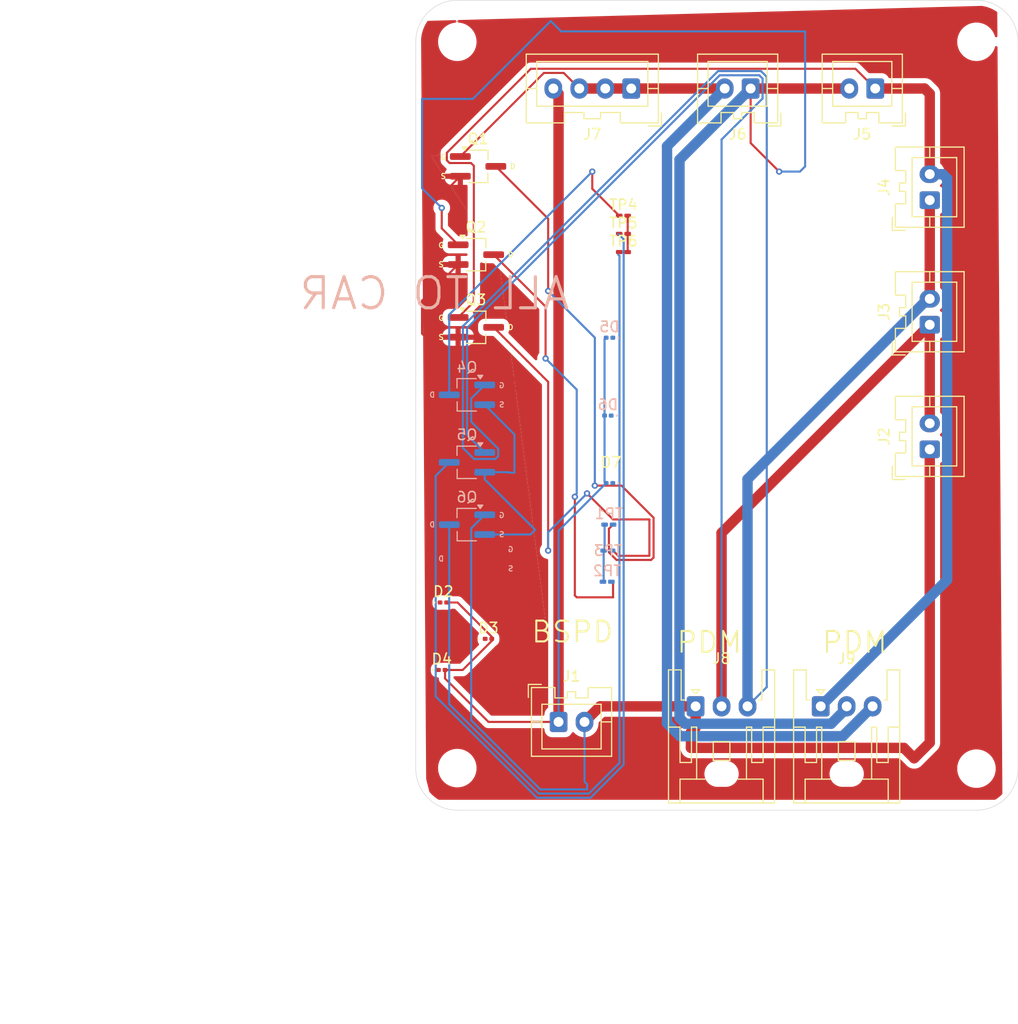
<source format=kicad_pcb>
(kicad_pcb (version 20241229) (generator "pcbnew") (generator_version "9.0")
  (layers (0 "F.Cu" signal) (2 "B.Cu" signal) (13 "F.Paste" user) (15 "B.Paste" user) (5 "F.SilkS" user "F.Silkscreen") (7 "B.SilkS" user "B.Silkscreen") (1 "F.Mask" user) (3 "B.Mask" user) (25 "Edge.Cuts" user))
  (net 0 "")
  (net 1 "LVMS")
  (net 2 "Net-(D2-K)")
  (net 3 "Net-(D3-K)")
  (net 4 "Net-(D4-K)")
  (net 5 "Net-(D5-K)")
  (net 6 "Net-(D6-K)")
  (net 7 "Net-(D7-K)")
  (net 8 "BSPD_OK")
  (net 9 "CKPT_OK")
  (net 10 "LEFT_OK")
  (net 11 "RIGHT_OK")
  (net 12 "BOTS OK")
  (net 13 "IS_OK")
  (net 14 "GND")
  (net 15 "Net-(Q1-D)")
  (net 16 "Net-(Q2-D)")
  (net 17 "Net-(Q3-D)")
  (net 18 "Net-(Q4-D)")
  (net 19 "Net-(Q5-D)")
  (net 20 "Net-(Q6-D)")
  (footprint "Capacitor_SMD:C_0201_0603Metric_Pad0.64x0.40mm_HandSolder" (layer "F.Cu") (at 207 85.5)
    (property "Reference" "TP5" (at 0 -1.05 0) (layer "F.SilkS"))
    (property "Value" "TestPoint")
    (pad "1" smd roundrect (at -0.4075 0) (size 0.635 0.4) (layers "F.Cu" "F.Mask") (net 19 "Net-(Q5-D)"))
    (pad "2" smd roundrect (at 0.4075 0) (size 0.635 0.4) (layers "F.Cu" "F.Mask"))
  )
  (footprint "Custom_MSM:Connector_JST-XA_4POS" (layer "F.Cu") (at 207.75 71.5 180)
    (property "Reference" "J7" (at 3.75 -4.4 180) (layer "F.SilkS"))
    (property "Value" "JST-XA")
    (pad "1" thru_hole roundrect (at 0 0 180) (size 1.7 1.95) (drill 0.95) (layers "*.Cu" "*.Mask") (roundrect_rratio 0.147059) (net 13 "IS_OK"))
    (pad "2" thru_hole oval (at 2.5 0 180) (size 1.7 1.95) (drill 0.95) (layers "*.Cu" "*.Mask") (net 13 "IS_OK"))
    (pad "3" thru_hole oval (at 5 0 180) (size 1.7 1.95) (drill 0.95) (layers "*.Cu" "*.Mask") (net 13 "IS_OK"))
    (pad "4" thru_hole oval (at 7.5 0 180) (size 1.7 1.95) (drill 0.95) (layers "*.Cu" "*.Mask") (net 1 "LVMS"))
  )
  (footprint "Connector_JST:JST_XA_S03B-XASK-1_1x03_P2.50mm_Horizontal" (layer "F.Cu") (at 213.95 131)
    (property "Reference" "J8" (at 2.5 -4.6 0) (layer "F.SilkS"))
    (property "Value" "Conn_01x03")
    (pad "" np_thru_hole oval (at 2.5 6.5) (size 2.8 2) (drill oval 2.8 2) (layers "*.Cu" "*.Mask"))
    (pad "1" thru_hole roundrect (at 0 0) (size 1.7 1.95) (drill 0.95) (layers "*.Cu" "*.Mask") (roundrect_rratio 0.147059) (net 8 "BSPD_OK"))
    (pad "2" thru_hole oval (at 2.5 0) (size 1.7 1.95) (drill 0.95) (layers "*.Cu" "*.Mask") (net 9 "CKPT_OK"))
    (pad "3" thru_hole oval (at 5 0) (size 1.7 1.95) (drill 0.95) (layers "*.Cu" "*.Mask") (net 10 "LEFT_OK"))
  )
  (footprint "LED_SMD:LED_0201_0603Metric" (layer "F.Cu") (at 194 124.5)
    (property "Reference" "D3" (at 0 -1.05 0) (layer "F.SilkS"))
    (property "Value" "LED")
    (pad "1" smd roundrect (at -0.32 0) (size 0.46 0.4) (layers "F.Cu" "F.Mask") (net 3 "Net-(D3-K)"))
    (pad "2" smd roundrect (at 0.32 0) (size 0.46 0.4) (layers "F.Cu" "F.Mask") (net 1 "LVMS"))
  )
  (footprint "Custom_MSM:Connector_JST-XA_2POS" (layer "F.Cu") (at 231.25 71.5 180)
    (property "Reference" "J5" (at 1.25 -4.4 180) (layer "F.SilkS"))
    (property "Value" "JST-XA")
    (pad "1" thru_hole roundrect (at 0 0 180) (size 1.7 1.95) (drill 0.95) (layers "*.Cu" "*.Mask") (roundrect_rratio 0.147059) (net 11 "RIGHT_OK"))
    (pad "2" thru_hole oval (at 2.5 0 180) (size 1.7 1.95) (drill 0.95) (layers "*.Cu" "*.Mask") (net 12 "BOTS OK"))
  )
  (footprint "Custom_MSM:Connector_JST-XA_2POS" (layer "F.Cu") (at 236.5 82.25 90)
    (property "Reference" "J4" (at 1.25 -4.4 90) (layer "F.SilkS"))
    (property "Value" "JST-XA")
    (pad "1" thru_hole roundrect (at 0 0 90) (size 1.7 1.95) (drill 0.95) (layers "*.Cu" "*.Mask") (roundrect_rratio 0.147059) (net 10 "LEFT_OK"))
    (pad "2" thru_hole oval (at 2.5 0 90) (size 1.7 1.95) (drill 0.95) (layers "*.Cu" "*.Mask") (net 11 "RIGHT_OK"))
  )
  (footprint "Custom_MSM:Connector_JST-XA_2POS" (layer "F.Cu") (at 236.5 106.25 90)
    (property "Reference" "J2" (at 1.25 -4.4 90) (layer "F.SilkS"))
    (property "Value" "JST-XA")
    (pad "1" thru_hole roundrect (at 0 0 90) (size 1.7 1.95) (drill 0.95) (layers "*.Cu" "*.Mask") (roundrect_rratio 0.147059) (net 8 "BSPD_OK"))
    (pad "2" thru_hole oval (at 2.5 0 90) (size 1.7 1.95) (drill 0.95) (layers "*.Cu" "*.Mask") (net 9 "CKPT_OK"))
  )
  (footprint "LED_SMD:LED_0201_0603Metric" (layer "F.Cu") (at 189.5 127.5)
    (property "Reference" "D4" (at 0 -1.05 0) (layer "F.SilkS"))
    (property "Value" "LED")
    (pad "1" smd roundrect (at -0.32 0) (size 0.46 0.4) (layers "F.Cu" "F.Mask") (net 4 "Net-(D4-K)"))
    (pad "2" smd roundrect (at 0.32 0) (size 0.46 0.4) (layers "F.Cu" "F.Mask") (net 1 "LVMS"))
  )
  (footprint "Capacitor_SMD:C_0201_0603Metric_Pad0.64x0.40mm_HandSolder" (layer "F.Cu") (at 207 83.75)
    (property "Reference" "TP4" (at 0 -1.05 0) (layer "F.SilkS"))
    (property "Value" "TestPoint")
    (pad "1" smd roundrect (at -0.4075 0) (size 0.635 0.4) (layers "F.Cu" "F.Mask") (net 18 "Net-(Q4-D)"))
    (pad "2" smd roundrect (at 0.4075 0) (size 0.635 0.4) (layers "F.Cu" "F.Mask"))
  )
  (footprint "Custom_MSM:Connector_JST-XA_2POS" (layer "F.Cu") (at 200.75 132.5)
    (property "Reference" "J1" (at 1.25 -4.4 0) (layer "F.SilkS"))
    (property "Value" "JST-XA")
    (pad "1" thru_hole roundrect (at 0 0) (size 1.7 1.95) (drill 0.95) (layers "*.Cu" "*.Mask") (roundrect_rratio 0.147059) (net 1 "LVMS"))
    (pad "2" thru_hole oval (at 2.5 0) (size 1.7 1.95) (drill 0.95) (layers "*.Cu" "*.Mask") (net 8 "BSPD_OK"))
  )
  (footprint "Custom_MSM:MOSFET_Single_SOT-23" (layer "F.Cu") (at 192.79 87.5)
    (property "Reference" "Q2" (at 0 -2.65 0) (layer "F.SilkS"))
    (property "Value" "BSS205N")
    (fp_text user "D" (at 3.35 0 0) (layer "F.SilkS") (effects (font (size 0.5 0.5) (thickness 0.1) (bold yes))))
    (fp_text user "S" (at -3.35 0.95 0) (layer "F.SilkS") (effects (font (size 0.5 0.5) (thickness 0.1) (bold yes))))
    (fp_text user "G" (at -3.35 -0.9 0) (layer "F.SilkS") (effects (font (size 0.5 0.5) (thickness 0.1) (bold yes))))
    (pad "1" smd roundrect (at -1.71 -0.95) (size 2 0.65) (layers "F.Cu" "F.Mask" "F.Paste") (net 12 "BOTS OK"))
    (pad "2" smd roundrect (at -1.71 0.95) (size 2 0.65) (layers "F.Cu" "F.Mask" "F.Paste") (net 14 "GND"))
    (pad "3" smd roundrect (at 1.71 0) (size 2 0.65) (layers "F.Cu" "F.Mask" "F.Paste") (net 16 "Net-(Q2-D)"))
  )
  (footprint "Capacitor_SMD:C_0201_0603Metric_Pad0.64x0.40mm_HandSolder" (layer "F.Cu") (at 207 87.25)
    (property "Reference" "TP6" (at 0 -1.05 0) (layer "F.SilkS"))
    (property "Value" "TestPoint")
    (pad "1" smd roundrect (at -0.4075 0) (size 0.635 0.4) (layers "F.Cu" "F.Mask") (net 20 "Net-(Q6-D)"))
    (pad "2" smd roundrect (at 0.4075 0) (size 0.635 0.4) (layers "F.Cu" "F.Mask"))
  )
  (footprint "Custom_MSM:MOSFET_Single_SOT-23" (layer "F.Cu") (at 193 79)
    (property "Reference" "Q1" (at 0 -2.65 0) (layer "F.SilkS"))
    (property "Value" "BSS205N")
    (fp_text user "D" (at 3.35 0 0) (layer "F.SilkS") (effects (font (size 0.5 0.5) (thickness 0.1) (bold yes))))
    (fp_text user "G" (at -3.35 -0.9 0) (layer "F.SilkS") (effects (font (size 0.5 0.5) (thickness 0.1) (bold yes))))
    (fp_text user "S" (at -3.35 0.95 0) (layer "F.SilkS") (effects (font (size 0.5 0.5) (thickness 0.1) (bold yes))))
    (pad "1" smd roundrect (at -1.71 -0.95) (size 2 0.65) (layers "F.Cu" "F.Mask" "F.Paste") (net 13 "IS_OK"))
    (pad "2" smd roundrect (at -1.71 0.95) (size 2 0.65) (layers "F.Cu" "F.Mask" "F.Paste") (net 14 "GND"))
    (pad "3" smd roundrect (at 1.71 0) (size 2 0.65) (layers "F.Cu" "F.Mask" "F.Paste") (net 15 "Net-(Q1-D)"))
  )
  (footprint "Custom_MSM:MOSFET_Single_SOT-23" (layer "F.Cu") (at 192.79 94.5)
    (property "Reference" "Q3" (at 0 -2.65 0) (layer "F.SilkS"))
    (property "Value" "BSS205N")
    (fp_text user "S" (at -3.35 0.95 0) (layer "F.SilkS") (effects (font (size 0.5 0.5) (thickness 0.1) (bold yes))))
    (fp_text user "D" (at 3.35 0 0) (layer "F.SilkS") (effects (font (size 0.5 0.5) (thickness 0.1) (bold yes))))
    (fp_text user "G" (at -3.35 -0.9 0) (layer "F.SilkS") (effects (font (size 0.5 0.5) (thickness 0.1) (bold yes))))
    (pad "1" smd roundrect (at -1.71 -0.95) (size 2 0.65) (layers "F.Cu" "F.Mask" "F.Paste") (net 11 "RIGHT_OK"))
    (pad "2" smd roundrect (at -1.71 0.95) (size 2 0.65) (layers "F.Cu" "F.Mask" "F.Paste") (net 14 "GND"))
    (pad "3" smd roundrect (at 1.71 0) (size 2 0.65) (layers "F.Cu" "F.Mask" "F.Paste") (net 17 "Net-(Q3-D)"))
  )
  (footprint "LED_SMD:LED_0201_0603Metric" (layer "F.Cu") (at 189.655 121)
    (property "Reference" "D2" (at 0 -1.05 0) (layer "F.SilkS"))
    (property "Value" "LED")
    (pad "1" smd roundrect (at -0.32 0) (size 0.46 0.4) (layers "F.Cu" "F.Mask") (net 2 "Net-(D2-K)"))
    (pad "2" smd roundrect (at 0.32 0) (size 0.46 0.4) (layers "F.Cu" "F.Mask") (net 1 "LVMS"))
  )
  (footprint "Custom_MSM:Connector_JST-XA_2POS" (layer "F.Cu") (at 236.5 94.25 90)
    (property "Reference" "J3" (at 1.25 -4.4 90) (layer "F.SilkS"))
    (property "Value" "JST-XA")
    (pad "1" thru_hole roundrect (at 0 0 90) (size 1.7 1.95) (drill 0.95) (layers "*.Cu" "*.Mask") (roundrect_rratio 0.147059) (net 9 "CKPT_OK"))
    (pad "2" thru_hole oval (at 2.5 0 90) (size 1.7 1.95) (drill 0.95) (layers "*.Cu" "*.Mask") (net 10 "LEFT_OK"))
  )
  (footprint "Connector_JST:JST_XA_S03B-XASK-1_1x03_P2.50mm_Horizontal" (layer "F.Cu") (at 226 131)
    (property "Reference" "J9" (at 2.5 -4.6 0) (layer "F.SilkS"))
    (property "Value" "Conn_01x03")
    (pad "" np_thru_hole oval (at 2.5 6.5) (size 2.8 2) (drill oval 2.8 2) (layers "*.Cu" "*.Mask"))
    (pad "1" thru_hole roundrect (at 0 0) (size 1.7 1.95) (drill 0.95) (layers "*.Cu" "*.Mask") (roundrect_rratio 0.147059) (net 11 "RIGHT_OK"))
    (pad "2" thru_hole oval (at 2.5 0) (size 1.7 1.95) (drill 0.95) (layers "*.Cu" "*.Mask") (net 12 "BOTS OK"))
    (pad "3" thru_hole oval (at 5 0) (size 1.7 1.95) (drill 0.95) (layers "*.Cu" "*.Mask") (net 13 "IS_OK"))
  )
  (footprint "Custom_MSM:Connector_JST-XA_2POS" (layer "F.Cu") (at 219.25 71.5 180)
    (property "Reference" "J6" (at 1.25 -4.4 180) (layer "F.SilkS"))
    (property "Value" "JST-XA")
    (pad "1" thru_hole roundrect (at 0 0 180) (size 1.7 1.95) (drill 0.95) (layers "*.Cu" "*.Mask") (roundrect_rratio 0.147059) (net 12 "BOTS OK"))
    (pad "2" thru_hole oval (at 2.5 0 180) (size 1.7 1.95) (drill 0.95) (layers "*.Cu" "*.Mask") (net 13 "IS_OK"))
  )
  (footprint "Capacitor_SMD:C_0201_0603Metric_Pad0.64x0.40mm_HandSolder" (layer "B.Cu") (at 205.4325 119 180)
    (property "Reference" "TP2" (at 0 1.05 0) (layer "B.SilkS") (effects (justify mirror)))
    (property "Value" "TestPoint")
    (pad "1" smd roundrect (at -0.4075 0 180) (size 0.635 0.4) (layers "B.Cu" "B.Mask") (net 16 "Net-(Q2-D)"))
    (pad "2" smd roundrect (at 0.4075 0 180) (size 0.635 0.4) (layers "B.Cu" "B.Mask"))
  )
  (footprint "LED_SMD:LED_0201_0603Metric" (layer "B.Cu") (at 205.655 109.5 180)
    (property "Reference" "D7" (at -0.155 2 0) (layer "F.SilkS"))
    (property "Value" "LED")
    (pad "1" smd roundrect (at -0.32 0 180) (size 0.46 0.4) (layers "B.Cu" "B.Mask") (net 7 "Net-(D7-K)"))
    (pad "2" smd roundrect (at 0.32 0 180) (size 0.46 0.4) (layers "B.Cu" "B.Mask") (net 1 "LVMS"))
  )
  (footprint "Capacitor_SMD:C_0201_0603Metric_Pad0.64x0.40mm_HandSolder" (layer "B.Cu") (at 205.5 116 180)
    (property "Reference" "TP3" (at 0 0 0) (layer "B.SilkS") (effects (justify mirror)))
    (property "Value" "TestPoint")
    (pad "1" smd roundrect (at -0.4075 0 180) (size 0.635 0.4) (layers "B.Cu" "B.Mask") (net 17 "Net-(Q3-D)"))
    (pad "2" smd roundrect (at 0.4075 0 180) (size 0.635 0.4) (layers "B.Cu" "B.Mask"))
  )
  (footprint "Custom_MSM:MOSFET_Single_SOT-23" (layer "B.Cu") (at 191.93 107.5 180)
    (property "Reference" "Q5" (at 0 2.65 0) (layer "B.SilkS") (effects (justify mirror)))
    (property "Value" "BSS205N")
    (fp_text user "S" (at -4.21 -10.235 0) (layer "B.SilkS") (effects (font (size 0.5 0.5) (thickness 0.1) (bold yes)) (justify mirror)))
    (fp_text user "D" (at 2.49 -9.285 0) (layer "B.SilkS") (effects (font (size 0.5 0.5) (thickness 0.1) (bold yes)) (justify mirror)))
    (fp_text user "G" (at -4.21 -8.385 0) (layer "B.SilkS") (effects (font (size 0.5 0.5) (thickness 0.1) (bold yes)) (justify mirror)))
    (pad "1" smd roundrect (at -1.71 0.95 180) (size 2 0.65) (layers "B.Cu" "B.Mask" "B.Paste") (net 9 "CKPT_OK"))
    (pad "2" smd roundrect (at -1.71 -0.95 180) (size 2 0.65) (layers "B.Cu" "B.Mask" "B.Paste") (net 14 "GND"))
    (pad "3" smd roundrect (at 1.71 0 180) (size 2 0.65) (layers "B.Cu" "B.Mask" "B.Paste") (net 19 "Net-(Q5-D)"))
  )
  (footprint "LED_SMD:LED_0201_0603Metric" (layer "B.Cu") (at 205.655 95.5 180)
    (property "Reference" "D5" (at 0 1.05 0) (layer "B.SilkS") (effects (justify mirror)))
    (property "Value" "LED")
    (pad "1" smd roundrect (at -0.32 0 180) (size 0.46 0.4) (layers "B.Cu" "B.Mask") (net 5 "Net-(D5-K)"))
    (pad "2" smd roundrect (at 0.32 0 180) (size 0.46 0.4) (layers "B.Cu" "B.Mask") (net 1 "LVMS"))
  )
  (footprint "Custom_MSM:MOSFET_Single_SOT-23" (layer "B.Cu") (at 191.93 113.5 180)
    (property "Reference" "Q6" (at 0 2.65 0) (layer "B.SilkS") (effects (justify mirror)))
    (property "Value" "BSS205N")
    (fp_text user "S" (at -3.35 -0.95 0) (layer "B.SilkS") (effects (font (size 0.5 0.5) (thickness 0.1) (bold yes)) (justify mirror)))
    (fp_text user "G" (at -3.35 0.9 0) (layer "B.SilkS") (effects (font (size 0.5 0.5) (thickness 0.1) (bold yes)) (justify mirror)))
    (fp_text user "D" (at 3.35 0 0) (layer "B.SilkS") (effects (font (size 0.5 0.5) (thickness 0.1) (bold yes)) (justify mirror)))
    (pad "1" smd roundrect (at -1.71 0.95 180) (size 2 0.65) (layers "B.Cu" "B.Mask" "B.Paste") (net 8 "BSPD_OK"))
    (pad "2" smd roundrect (at -1.71 -0.95 180) (size 2 0.65) (layers "B.Cu" "B.Mask" "B.Paste") (net 14 "GND"))
    (pad "3" smd roundrect (at 1.71 0 180) (size 2 0.65) (layers "B.Cu" "B.Mask" "B.Paste") (net 20 "Net-(Q6-D)"))
  )
  (footprint "Custom_MSM:MOSFET_Single_SOT-23" (layer "B.Cu") (at 191.93 101 180)
    (property "Reference" "Q4" (at 0 2.65 0) (layer "B.SilkS") (effects (justify mirror)))
    (property "Value" "BSS205N")
    (fp_text user "D" (at 3.35 0 0) (layer "B.SilkS") (effects (font (size 0.5 0.5) (thickness 0.1) (bold yes)) (justify mirror)))
    (fp_text user "G" (at -3.35 0.9 0) (layer "B.SilkS") (effects (font (size 0.5 0.5) (thickness 0.1) (bold yes)) (justify mirror)))
    (fp_text user "S" (at -3.35 -0.95 0) (layer "B.SilkS") (effects (font (size 0.5 0.5) (thickness 0.1) (bold yes)) (justify mirror)))
    (pad "1" smd roundrect (at -1.71 0.95 180) (size 2 0.65) (layers "B.Cu" "B.Mask" "B.Paste") (net 10 "LEFT_OK"))
    (pad "2" smd roundrect (at -1.71 -0.95 180) (size 2 0.65) (layers "B.Cu" "B.Mask" "B.Paste") (net 14 "GND"))
    (pad "3" smd roundrect (at 1.71 0 180) (size 2 0.65) (layers "B.Cu" "B.Mask" "B.Paste") (net 18 "Net-(Q4-D)"))
  )
  (footprint "Custom_MSM:Board_Small_Outer-Mounting" (layer "B.Cu") (at 216 102 90)
    (property "Reference" "REF**" (hide yes))
    (property "Value" "Board_Small_Outer-Mounting" (hide yes))
    (fp_line (start 35 -29) (end -35 -29) (stroke (width 0.05)) (layer "Edge.Cuts"))
    (fp_line (start -39 -25) (end -39 25) (stroke (width 0.05)) (layer "Edge.Cuts"))
    (fp_line (start 39 25) (end 39 -25) (stroke (width 0.05)) (layer "Edge.Cuts"))
    (fp_line (start -35 29) (end 35 29) (stroke (width 0.05)) (layer "Edge.Cuts"))
    (fp_arc (start 35 -29) (mid 37.828427 -27.828427) (end 39 -25) (stroke (width 0.05)) (layer "Edge.Cuts"))
    (fp_arc (start -39 -25) (mid -37.828427 -27.828427) (end -35 -29) (stroke (width 0.05)) (layer "Edge.Cuts"))
    (fp_arc (start 39 25) (mid 37.828427 27.828427) (end 35 29) (stroke (width 0.05)) (layer "Edge.Cuts"))
    (fp_arc (start -35 29) (mid -37.828427 27.828427) (end -39 25) (stroke (width 0.05)) (layer "Edge.Cuts"))
    (pad "" np_thru_hole circle (at -35 -25 90) (size 3.2 3.2) (drill 3.2) (layers "*.Cu" "*.Mask"))
    (pad "" np_thru_hole circle (at -34.95 25 90) (size 3.2 3.2) (drill 3.2) (layers "*.Cu" "*.Mask"))
    (pad "" np_thru_hole circle (at 35 -25 90) (size 3.2 3.2) (drill 3.2) (layers "*.Cu" "*.Mask"))
    (pad "" np_thru_hole circle (at 35 25 90) (size 3.2 3.2) (drill 3.2) (layers "*.Cu" "*.Mask"))
  )
  (footprint "Capacitor_SMD:C_0201_0603Metric_Pad0.64x0.40mm_HandSolder" (layer "B.Cu") (at 205.5925 113.5 180)
    (property "Reference" "TP1" (at 0 1.05 0) (layer "B.SilkS") (effects (justify mirror)))
    (property "Value" "TestPoint")
    (pad "1" smd roundrect (at -0.4075 0 180) (size 0.635 0.4) (layers "B.Cu" "B.Mask") (net 15 "Net-(Q1-D)"))
    (pad "2" smd roundrect (at 0.4075 0 180) (size 0.635 0.4) (layers "B.Cu" "B.Mask"))
  )
  (footprint "LED_SMD:LED_0201_0603Metric" (layer "B.Cu") (at 205.5 103 180)
    (property "Reference" "D6" (at 0 1.05 0) (layer "B.SilkS") (effects (justify mirror)))
    (property "Value" "LED")
    (pad "1" smd roundrect (at -0.32 0 180) (size 0.46 0.4) (layers "B.Cu" "B.Mask") (net 6 "Net-(D6-K)"))
    (pad "2" smd roundrect (at 0.32 0 180) (size 0.46 0.4) (layers "B.Cu" "B.Mask") (net 1 "LVMS"))
  )
  (gr_text "PDM" (at 212 126 0) (layer "F.SilkS") (effects (font (size 2 2) (thickness 0.2)) (justify left bottom)))
  (gr_text "BSPD" (at 198 125 0) (layer "F.SilkS") (effects (font (size 2 2) (thickness 0.2)) (justify left bottom)))
  (gr_text "PDM" (at 226 126 0) (layer "F.SilkS") (effects (font (size 2 2) (thickness 0.2)) (justify left bottom)))
  (gr_text "ALL TO CAR" (at 202 93 -0) (layer "B.SilkS") (effects (font (size 3 3) (thickness 0.3)) (justify left bottom mirror)))
  (segment (start 207.4075 87.25) (end 207.4075 85.5) (width 0.2) (layer "F.Cu") (net 0))
  (segment (start 207.4075 85.5) (end 207.4075 83.75) (width 0.2) (layer "F.Cu") (net 0))
  (segment (start 205.0925 118.9325) (end 205.025 119) (width 0.2) (layer "B.Cu") (net 0))
  (segment (start 205.185 115.9075) (end 205.0925 116) (width 0.2) (layer "B.Cu") (net 0))
  (segment (start 205.0925 116) (end 205.0925 118.9325) (width 0.2) (layer "B.Cu") (net 0))
  (segment (start 205.185 113.5) (end 205.185 115.9075) (width 0.2) (layer "B.Cu") (net 0))
  (segment (start 194.32 124.5) (end 194.32 124.699999) (width 0.2) (layer "F.Cu") (net 1))
  (segment (start 189.975 121) (end 191.019999 121) (width 0.2) (layer "F.Cu") (net 1))
  (segment (start 189.82 128.32) (end 194 132.5) (width 0.2) (layer "F.Cu") (net 1))
  (segment (start 191.019999 121) (end 194.32 124.300001) (width 0.2) (layer "F.Cu") (net 1))
  (segment (start 200.75 72) (end 200.25 71.5) (width 1) (layer "F.Cu") (net 1))
  (segment (start 194.32 124.699999) (end 191.519999 127.5) (width 0.2) (layer "F.Cu") (net 1))
  (segment (start 191.519999 127.5) (end 189.82 127.5) (width 0.2) (layer "F.Cu") (net 1))
  (segment (start 194.32 124.300001) (end 194.32 124.5) (width 0.2) (layer "F.Cu") (net 1))
  (segment (start 189.82 127.5) (end 189.82 128.32) (width 0.2) (layer "F.Cu") (net 1))
  (segment (start 200.75 132.5) (end 200.75 72) (width 1) (layer "F.Cu") (net 1))
  (segment (start 194 132.5) (end 200.75 132.5) (width 0.2) (layer "F.Cu") (net 1))
  (segment (start 205.18 95.655) (end 205.18 103) (width 0.2) (layer "B.Cu") (net 1))
  (segment (start 200.75 114.085) (end 200.75 132.5) (width 0.2) (layer "B.Cu") (net 1))
  (segment (start 205.18 103) (end 205.18 109.345) (width 0.2) (layer "B.Cu") (net 1))
  (segment (start 205.335 109.5) (end 200.75 114.085) (width 0.2) (layer "B.Cu") (net 1))
  (segment (start 205.18 109.345) (end 205.335 109.5) (width 0.2) (layer "B.Cu") (net 1))
  (segment (start 205.335 95.5) (end 205.18 95.655) (width 0.2) (layer "B.Cu") (net 1))
  (segment (start 236.5 106.25) (end 236.5 134.5) (width 1) (layer "F.Cu") (net 8))
  (segment (start 234 135) (end 213.5 135) (width 1) (layer "F.Cu") (net 8))
  (segment (start 236.5 134.5) (end 235 136) (width 1) (layer "F.Cu") (net 8))
  (segment (start 213.95 133.05) (end 213.95 131) (width 1) (layer "F.Cu") (net 8))
  (segment (start 213.95 131) (end 204.75 131) (width 1) (layer "F.Cu") (net 8))
  (segment (start 204.75 131) (end 203.25 132.5) (width 1) (layer "F.Cu") (net 8))
  (segment (start 213.5 133.5) (end 213.95 133.05) (width 1) (layer "F.Cu") (net 8))
  (segment (start 213.5 135) (end 213.5 133.5) (width 1) (layer "F.Cu") (net 8))
  (segment (start 235 136) (end 234 135) (width 1) (layer "F.Cu") (net 8))
  (segment (start 203.5 138.5) (end 203.25 138.25) (width 0.2) (layer "B.Cu") (net 8))
  (segment (start 203.5 139) (end 203.5 138.5) (width 0.2) (layer "B.Cu") (net 8))
  (segment (start 193.64 112.55) (end 192.339 113.851) (width 0.2) (layer "B.Cu") (net 8))
  (segment (start 192.339 132.339) (end 199 139) (width 0.2) (layer "B.Cu") (net 8))
  (segment (start 192.339 113.851) (end 192.339 132.339) (width 0.2) (layer "B.Cu") (net 8))
  (segment (start 199 139) (end 203.5 139) (width 0.2) (layer "B.Cu") (net 8))
  (segment (start 203.25 138.25) (end 203.25 132.5) (width 0.2) (layer "B.Cu") (net 8))
  (segment (start 216.45 114.3) (end 236.5 94.25) (width 1) (layer "F.Cu") (net 9))
  (segment (start 216.45 131) (end 216.45 114.3) (width 1) (layer "F.Cu") (net 9))
  (segment (start 236.5 94.25) (end 236.5 103.75) (width 1) (layer "F.Cu") (net 9))
  (segment (start 193.64 106.55) (end 191.938 104.848) (width 0.2) (layer "B.Cu") (net 9))
  (segment (start 220.08516 70.224) (end 220.401 70.53984) (width 0.2) (layer "B.Cu") (net 9))
  (segment (start 216.45 76.41116) (end 216.45 131) (width 0.2) (layer "B.Cu") (net 9))
  (segment (start 191.938 94.55924) (end 216.27324 70.224) (width 0.2) (layer "B.Cu") (net 9))
  (segment (start 220.401 72.46016) (end 216.45 76.41116) (width 0.2) (layer "B.Cu") (net 9))
  (segment (start 216.27324 70.224) (end 220.08516 70.224) (width 0.2) (layer "B.Cu") (net 9))
  (segment (start 220.401 70.53984) (end 220.401 72.46016) (width 0.2) (layer "B.Cu") (net 9))
  (segment (start 191.938 104.848) (end 191.938 94.55924) (width 0.2) (layer "B.Cu") (net 9))
  (segment (start 218.95 131) (end 218.95 130.55) (width 1) (layer "F.Cu") (net 10))
  (segment (start 236.5 82.25) (end 236.5 91.75) (width 1) (layer "F.Cu") (net 10))
  (segment (start 218.95 130.55) (end 219 130.5) (width 1) (layer "F.Cu") (net 10))
  (segment (start 192.339 101.351) (end 192.339 103.58901) (width 0.2) (layer "B.Cu") (net 10))
  (segment (start 193.64 100.05) (end 192.339 101.351) (width 0.2) (layer "B.Cu") (net 10))
  (segment (start 218.95 131) (end 218.95 109.123156) (width 1) (layer "B.Cu") (net 10))
  (segment (start 220.802 70.37374) (end 220.802 129.148) (width 0.2) (layer "B.Cu") (net 10))
  (segment (start 218.95 109.123156) (end 236.323156 91.75) (width 1) (layer "B.Cu") (net 10))
  (segment (start 216.10714 69.823) (end 220.25126 69.823) (width 0.2) (layer "B.Cu") (net 10))
  (segment (start 220.25126 69.823) (end 220.802 70.37374) (width 0.2) (layer "B.Cu") (net 10))
  (segment (start 191.537 106.10699) (end 191.537 94.39314) (width 0.2) (layer "B.Cu") (net 10))
  (segment (start 192.60601 107.176) (end 191.537 106.10699) (width 0.2) (layer "B.Cu") (net 10))
  (segment (start 192.339 103.58901) (end 194.941 106.19101) (width 0.2) (layer "B.Cu") (net 10))
  (segment (start 220.802 129.148) (end 218.95 131) (width 0.2) (layer "B.Cu") (net 10))
  (segment (start 191.537 94.39314) (end 216.10714 69.823) (width 0.2) (layer "B.Cu") (net 10))
  (segment (start 194.941 106.90899) (end 194.67399 107.176) (width 0.2) (layer "B.Cu") (net 10))
  (segment (start 194.941 106.19101) (end 194.941 106.90899) (width 0.2) (layer "B.Cu") (net 10))
  (segment (start 236.323156 91.75) (end 236.5 91.75) (width 1) (layer "B.Cu") (net 10))
  (segment (start 194.67399 107.176) (end 192.60601 107.176) (width 0.2) (layer "B.Cu") (net 10))
  (segment (start 192.32399 78.676) (end 190.25601 78.676) (width 0.2) (layer "F.Cu") (net 11))
  (segment (start 192.591 92.039) (end 192.591 78.94301) (width 0.2) (layer "F.Cu") (net 11))
  (segment (start 189.989 78.40899) (end 189.989 77.69101) (width 0.2) (layer "F.Cu") (net 11))
  (segment (start 190.25601 78.676) (end 189.989 78.40899) (width 0.2) (layer "F.Cu") (net 11))
  (segment (start 231.25 71.5) (end 236 71.5) (width 1) (layer "F.Cu") (net 11))
  (segment (start 192.591 78.94301) (end 192.32399 78.676) (width 0.2) (layer "F.Cu") (net 11))
  (segment (start 229.349 69.599) (end 231.25 71.5) (width 0.2) (layer "F.Cu") (net 11))
  (segment (start 236.5 72) (end 236.5 79.75) (width 1) (layer "F.Cu") (net 11))
  (segment (start 191.08 93.55) (end 192.591 92.039) (width 0.2) (layer "F.Cu") (net 11))
  (segment (start 198.08101 69.599) (end 229.349 69.599) (width 0.2) (layer "F.Cu") (net 11))
  (segment (start 236 71.5) (end 236.5 72) (width 1) (layer "F.Cu") (net 11))
  (segment (start 189.989 77.69101) (end 198.08101 69.599) (width 0.2) (layer "F.Cu") (net 11))
  (segment (start 226 131) (end 238.176 118.824) (width 1) (layer "B.Cu") (net 11))
  (segment (start 237.75 79.75) (end 236.5 79.75) (width 1) (layer "B.Cu") (net 11))
  (segment (start 238.176 118.824) (end 238.176 80.176) (width 1) (layer "B.Cu") (net 11))
  (segment (start 238.176 80.176) (end 237.75 79.75) (width 1) (layer "B.Cu") (net 11))
  (segment (start 219.25 71.5) (end 228.75 71.5) (width 1) (layer "F.Cu") (net 12))
  (segment (start 191.08 86.55) (end 189.5 84.97) (width 0.2) (layer "F.Cu") (net 12))
  (segment (start 219.25 76.75) (end 219.25 71.5) (width 0.2) (layer "F.Cu") (net 12))
  (segment (start 222 79.5) (end 219.25 76.75) (width 0.2) (layer "F.Cu") (net 12))
  (segment (start 189.5 84.97) (end 189.5 83) (width 0.2) (layer "F.Cu") (net 12))
  (via (at 222 79.5) (size 0.6) (drill 0.3) (layers "F.Cu" "B.Cu") (net 12))
  (via (at 189.5 83) (size 0.6) (drill 0.3) (layers "F.Cu" "B.Cu") (net 12))
  (segment (start 192.5 72.5) (end 200 65) (width 0.2) (layer "B.Cu") (net 12))
  (segment (start 187.601 81.101) (end 187.601 72.5) (width 0.2) (layer "B.Cu") (net 12))
  (segment (start 201 66) (end 224.5 66) (width 0.2) (layer "B.Cu") (net 12))
  (segment (start 212.399 132.125844) (end 212.399 78.351) (width 1) (layer "B.Cu") (net 12))
  (segment (start 224.5 79) (end 224 79.5) (width 0.2) (layer "B.Cu") (net 12))
  (segment (start 212.399 78.351) (end 219.25 71.5) (width 1) (layer "B.Cu") (net 12))
  (segment (start 187.601 72.5) (end 192.5 72.5) (width 0.2) (layer "B.Cu") (net 12))
  (segment (start 224 79.5) (end 222 79.5) (width 0.2) (layer "B.Cu") (net 12))
  (segment (start 189.5 83) (end 187.601 81.101) (width 0.2) (layer "B.Cu") (net 12))
  (segment (start 228.5 131) (end 228.5 131.176844) (width 1) (layer "B.Cu") (net 12))
  (segment (start 228.5 131.176844) (end 227.000844 132.676) (width 1) (layer "B.Cu") (net 12))
  (segment (start 200 65) (end 201 66) (width 0.2) (layer "B.Cu") (net 12))
  (segment (start 212.949156 132.676) (end 212.399 132.125844) (width 1) (layer "B.Cu") (net 12))
  (segment (start 227.000844 132.676) (end 212.949156 132.676) (width 1) (layer "B.Cu") (net 12))
  (segment (start 224.5 66) (end 224.5 79) (width 0.2) (layer "B.Cu") (net 12))
  (segment (start 199.34 70) (end 201.25 70) (width 0.2) (layer "F.Cu") (net 13))
  (segment (start 207.75 71.5) (end 216.75 71.5) (width 1) (layer "F.Cu") (net 13))
  (segment (start 201.25 70) (end 202.75 71.5) (width 0.2) (layer "F.Cu") (net 13))
  (segment (start 205.25 71.5) (end 207.75 71.5) (width 1) (layer "F.Cu") (net 13))
  (segment (start 191.29 78.05) (end 199.34 70) (width 0.2) (layer "F.Cu") (net 13))
  (segment (start 202.75 71.5) (end 205.25 71.5) (width 1) (layer "F.Cu") (net 13))
  (segment (start 211.198 77.052) (end 216.75 71.5) (width 1) (layer "B.Cu") (net 13))
  (segment (start 211.198 132.623314) (end 211.198 77.052) (width 1) (layer "B.Cu") (net 13))
  (segment (start 212.451685 133.876999) (end 211.198 132.623314) (width 1) (layer "B.Cu") (net 13))
  (segment (start 231 131) (end 228.123001 133.876999) (width 1) (layer "B.Cu") (net 13))
  (segment (start 228.123001 133.876999) (end 212.451685 133.876999) (width 1) (layer "B.Cu") (net 13))
  (segment (start 191.08 88.45) (end 187.601 91.929) (width 0.2) (layer "F.Cu") (net 14))
  (segment (start 187.601 95.101) (end 188 95.5) (width 0.2) (layer "F.Cu") (net 14))
  (segment (start 188.5 88.5) (end 188.55 88.45) (width 0.2) (layer "F.Cu") (net 14))
  (segment (start 191.29 79.95) (end 188 83.24) (width 0.2) (layer "F.Cu") (net 14))
  (segment (start 188 95.5) (end 188.05 95.45) (width 0.2) (layer "F.Cu") (net 14))
  (segment (start 192.45 95.45) (end 197 100) (width 0.2) (layer "F.Cu") (net 14))
  (segment (start 188 88.5) (end 188.5 88.5) (width 0.2) (layer "F.Cu") (net 14))
  (segment (start 188.05 95.45) (end 191.08 95.45) (width 0.2) (layer "F.Cu") (net 14))
  (segment (start 188.55 88.45) (end 191.08 88.45) (width 0.2) (layer "F.Cu") (net 14))
  (segment (start 191.08 95.45) (end 192.45 95.45) (width 0.2) (layer "F.Cu") (net 14))
  (segment (start 188 83.24) (end 188 88.5) (width 0.2) (layer "F.Cu") (net 14))
  (segment (start 195 102) (end 193.5 102) (width 0.2) (layer "F.Cu") (net 14))
  (segment (start 197 100) (end 195 102) (width 0.2) (layer "F.Cu") (net 14))
  (segment (start 187.601 91.929) (end 187.601 95.101) (width 0.2) (layer "F.Cu") (net 14))
  (segment (start 196 108.5) (end 195.95 108.45) (width 0.2) (layer "B.Cu") (net 14))
  (segment (start 198.5 114) (end 198.05 114.45) (width 0.2) (layer "B.Cu") (net 14))
  (segment (start 193.64 101.95) (end 196.5 104.81) (width 0.2) (layer "B.Cu") (net 14))
  (segment (start 195.95 108.45) (end 193.64 108.45) (width 0.2) (layer "B.Cu") (net 14))
  (segment (start 196.5 108.5) (end 196 108.5) (width 0.2) (layer "B.Cu") (net 14))
  (segment (start 198.05 114.45) (end 193.64 114.45) (width 0.2) (layer "B.Cu") (net 14))
  (segment (start 196.5 104.81) (end 196.5 108.5) (width 0.2) (layer "B.Cu") (net 14))
  (segment (start 193.64 109.14) (end 198.5 114) (width 0.2) (layer "B.Cu") (net 14))
  (segment (start 193.64 108.45) (end 193.64 109.14) (width 0.2) (layer "B.Cu") (net 14))
  (segment (start 209.901 112.8339) (end 209.901 116.6661) (width 0.2) (layer "F.Cu") (net 15))
  (segment (start 199.75 84.04) (end 199.75 91) (width 0.2) (layer "F.Cu") (net 15))
  (segment (start 209.6661 116.901) (end 206.3339 116.901) (width 0.2) (layer "F.Cu") (net 15))
  (segment (start 209.901 116.6661) (end 209.6661 116.901) (width 0.2) (layer "F.Cu") (net 15))
  (segment (start 194.71 79) (end 199.75 84.04) (width 0.2) (layer "F.Cu") (net 15))
  (segment (start 204.243235 109.743235) (end 206.810335 109.743235) (width 0.2) (layer "F.Cu") (net 15))
  (segment (start 205.599 116.1661) (end 205.599 113.901) (width 0.2) (layer "F.Cu") (net 15))
  (segment (start 205.599 113.901) (end 206 113.5) (width 0.2) (layer "F.Cu") (net 15))
  (segment (start 206.810335 109.743235) (end 209.901 112.8339) (width 0.2) (layer "F.Cu") (net 15))
  (segment (start 206.3339 116.901) (end 205.599 116.1661) (width 0.2) (layer "F.Cu") (net 15))
  (via (at 199.75 91) (size 0.6) (drill 0.3) (layers "F.Cu" "B.Cu") (net 15))
  (via (at 204.243235 109.743235) (size 0.6) (drill 0.3) (layers "F.Cu" "B.Cu") (net 15))
  (segment (start 204.243235 95.493235) (end 204.243235 109.743235) (width 0.2) (layer "B.Cu") (net 15))
  (segment (start 199.75 91) (end 204.243235 95.493235) (width 0.2) (layer "B.Cu") (net 15))
  (segment (start 194.5 87.5) (end 199.5 92.5) (width 0.2) (layer "F.Cu") (net 16))
  (segment (start 199.5 92.5) (end 199.5 97.5) (width 0.2) (layer "F.Cu") (net 16))
  (segment (start 202.31897 110.81897) (end 202.31897 120.31897) (width 0.2) (layer "F.Cu") (net 16))
  (segment (start 206 120.5) (end 206 119) (width 0.2) (layer "F.Cu") (net 16))
  (segment (start 202.31897 120.31897) (end 202.5 120.5) (width 0.2) (layer "F.Cu") (net 16))
  (segment (start 202.5 120.5) (end 206 120.5) (width 0.2) (layer "F.Cu") (net 16))
  (via (at 202.31897 110.81897) (size 0.6) (drill 0.3) (layers "F.Cu" "B.Cu") (net 16))
  (via (at 199.5 97.5) (size 0.6) (drill 0.3) (layers "F.Cu" "B.Cu") (net 16))
  (segment (start 202.31897 110.68103) (end 202.31897 110.81897) (width 0.2) (layer "B.Cu") (net 16))
  (segment (start 199.5 97.5) (end 202.5 100.5) (width 0.2) (layer "B.Cu") (net 16))
  (segment (start 202.5 100.5) (end 202.5 110.5) (width 0.2) (layer "B.Cu") (net 16))
  (segment (start 202.5 110.5) (end 202.31897 110.68103) (width 0.2) (layer "B.Cu") (net 16))
  (segment (start 199.75 99.75) (end 199.75 116) (width 0.2) (layer "F.Cu") (net 17))
  (segment (start 194.5 94.5) (end 199.75 99.75) (width 0.2) (layer "F.Cu") (net 17))
  (segment (start 209.5 116.5) (end 206.5 116.5) (width 0.2) (layer "F.Cu") (net 17))
  (segment (start 203.493235 110.493235) (end 206 113) (width 0.2) (layer "F.Cu") (net 17))
  (segment (start 206.5 116.5) (end 206 116) (width 0.2) (layer "F.Cu") (net 17))
  (segment (start 206 113) (end 209.5 113) (width 0.2) (layer "F.Cu") (net 17))
  (segment (start 209.5 113) (end 209.5 116.5) (width 0.2) (layer "F.Cu") (net 17))
  (via (at 199.75 116) (size 0.6) (drill 0.3) (layers "F.Cu" "B.Cu") (net 17))
  (via (at 203.493235 110.493235) (size 0.6) (drill 0.3) (layers "F.Cu" "B.Cu") (net 17))
  (segment (start 199.75 116) (end 199.75 114.23647) (width 0.2) (layer "B.Cu") (net 17))
  (segment (start 199.75 114.23647) (end 203.493235 110.493235) (width 0.2) (layer "B.Cu") (net 17))
  (segment (start 204 81.1575) (end 206.5925 83.75) (width 0.2) (layer "F.Cu") (net 18))
  (segment (start 204 79.5) (end 204 81.1575) (width 0.2) (layer "F.Cu") (net 18))
  (via (at 204 79.5) (size 0.6) (drill 0.3) (layers "F.Cu" "B.Cu") (net 18))
  (segment (start 190.22 101) (end 190.22 93.28) (width 0.2) (layer "B.Cu") (net 18))
  (segment (start 190.22 93.28) (end 204 79.5) (width 0.2) (layer "B.Cu") (net 18))
  (segment (start 207.0195 136.6147) (end 207.0195 86.0195) (width 0.2) (layer "B.Cu") (net 19))
  (segment (start 198.6678 139.802) (end 203.8322 139.802) (width 0.2) (layer "B.Cu") (net 19))
  (segment (start 188.919 130.0532) (end 198.6678 139.802) (width 0.2) (layer "B.Cu") (net 19))
  (segment (start 203.8322 139.802) (end 207.0195 136.6147) (width 0.2) (layer "B.Cu") (net 19))
  (segment (start 207.0195 86.0195) (end 206.5 85.5) (width 0.2) (layer "B.Cu") (net 19))
  (segment (start 190.22 107.5) (end 188.919 108.801) (width 0.2) (layer "B.Cu") (net 19))
  (segment (start 188.919 108.801) (end 188.919 130.0532) (width 0.2) (layer "B.Cu") (net 19))
  (segment (start 206.6185 136.4486) (end 206.6185 87.6185) (width 0.2) (layer "B.Cu") (net 20))
  (segment (start 206.6185 87.6185) (end 206.5 87.5) (width 0.2) (layer "B.Cu") (net 20))
  (segment (start 203.6661 139.401) (end 206.6185 136.4486) (width 0.2) (layer "B.Cu") (net 20))
  (segment (start 198.8339 139.401) (end 203.6661 139.401) (width 0.2) (layer "B.Cu") (net 20))
  (segment (start 190.22 113.5) (end 190.22 130.7871) (width 0.2) (layer "B.Cu") (net 20))
  (segment (start 190.22 130.7871) (end 198.8339 139.401) (width 0.2) (layer "B.Cu") (net 20))
  (zone (net 14) (net_name "GND") (layer "F.Cu") (connect_pads (clearance 0.5)) (min_thickness 0.25) (fill yes (thermal_gap 0.5) (thermal_bridge_width 0.5))
    (polygon (pts (xy 188.5 140) (xy 243.5 140) (xy 243 63.5) (xy 187.5 65) (xy 188 138)))
  )
  (zone (net 14) (net_name "GND") (layer "F.Cu") (priority 1) (connect_pads (clearance 0.5)) (min_thickness 0.25) (fill yes (thermal_gap 0.5) (thermal_bridge_width 0.5))
    (polygon (pts (xy 189 78) (xy 198.5 71.5) (xy 236.5 72) (xy 236.5 135.5) (xy 212.5 133.9) (xy 213.95 131) (xy 200.75 132.5) (xy 195 88) (xy 188.5 78)))
  )
)
</source>
